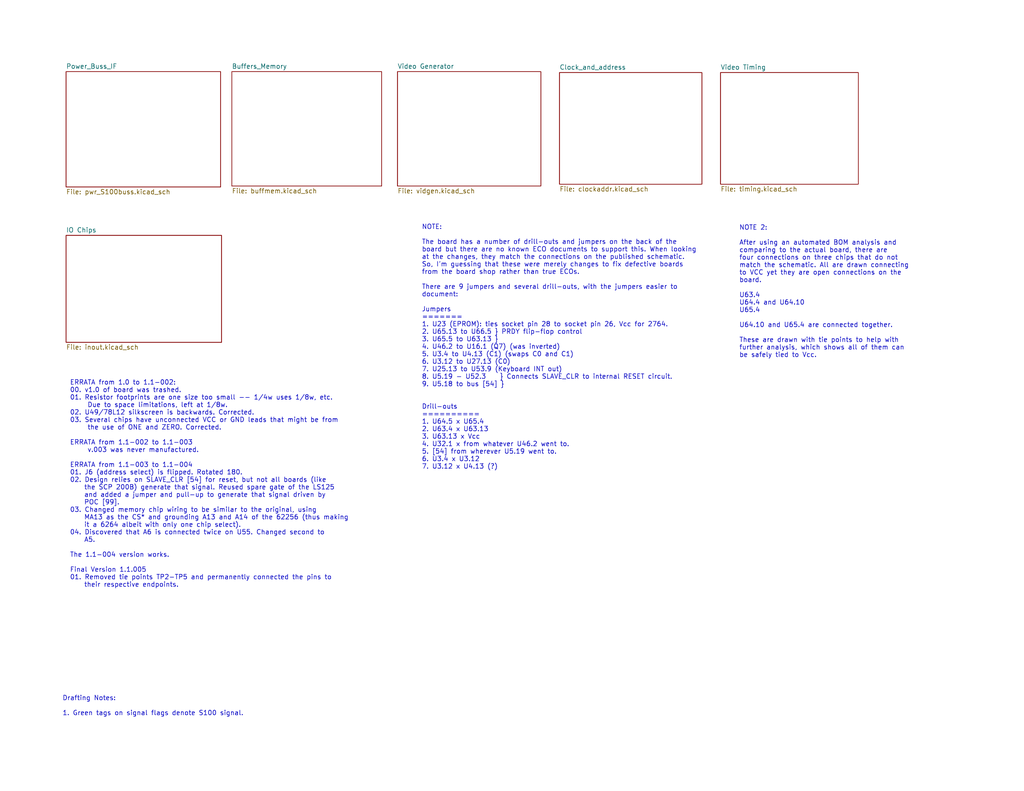
<source format=kicad_sch>
(kicad_sch (version 20211123) (generator eeschema)
  (paper "USLetter")
  (title_block (title "Lomas Color Magic Redux") (date "2024-09-24") (rev "1.1-005") (company "Lomas Data Produtcs") (comment 1 "Redraw/modifications (c) Richard A. Cini"))
  (lib_symbols)
  (text "NOTE:\n\nThe board has a number of drill-outs and jumpers on the back of the\nboard but there are no known ECO documents to support this. When looking\nat the changes, they match the connections on the published schematic.\nSo, I'm guessing that these were merely changes to fix defective boards\nfrom the board shop rather than true ECOs.\n\nThere are 9 jumpers and several drill-outs, with the jumpers easier to\ndocument:\n\nJumpers\n=======\n1. U23 (EPROM): ties socket pin 28 to socket pin 26, Vcc for 2764.\n2. U65.13 to U66.5 } PRDY flip-flop control\n3. U65.5 to U63.13 }\n4. U46.2 to U16.1 (Q7) (was inverted)\n5. U3.4 to U4.13 (C1) (swaps C0 and C1)\n6. U3.12 to U27.13 (C0)\n7. U25.13 to U53.9 (Keyboard INT out)\n8. U5.19 - U52.3    } Connects SLAVE_CLR to internal RESET circuit.\n9. U5.18 to bus [54] }\n\n\nDrill-outs\n==========\n1. U64.5 x U65.4\n2. U63.4 x U63.13\n3. U63.13 x Vcc\n4. U32.1 x from whatever U46.2 went to.\n5. [54] from wherever U5.19 went to.\n6. U3.4 x U3.12\n7. U3.12 x U4.13 (?)\n" (at 115.062 128.27 0) (effects (font (size 1.27 1.27)) (justify left bottom)))
  (text "NOTE 2:\n\nAfter using an automated BOM analysis and\ncomparing to the actual board, there are \nfour connections on three chips that do not\nmatch the schematic. All are drawn connecting\nto VCC yet they are open connections on the\nboard.\n\nU63.4\nU64.4 and U64.10\nU65.4\n\nU64.10 and U65.4 are connected together.\n\nThese are drawn with tie points to help with\nfurther analysis, which shows all of them can\nbe safely tied to Vcc." (at 201.676 97.79 0) (effects (font (size 1.27 1.27)) (justify left bottom)))
  (text "ERRATA from 1.0 to 1.1-002:\n00. v1.0 of board was trashed.\n01. Resistor footprints are one size too small -- 1/4w uses 1/8w, etc. \n	Due to space limitations, left at 1/8w.\n02. U49/78L12 silkscreen is backwards. Corrected.\n03. Several chips have unconnected VCC or GND leads that might be from\n	the use of ONE and ZERO. Corrected.\n\nERRATA from 1.1-002 to 1.1-003\n	v.003 was never manufactured.\n\nERRATA from 1.1-003 to 1.1-004\n01. J6 (address select) is flipped. Rotated 180.\n02. Design relies on SLAVE_CLR [54] for reset, but not all boards (like\n    the SCP 200B) generate that signal. Reused spare gate of the LS125\n    and added a jumper and pull-up to generate that signal driven by\n    POC [99].\n03. Changed memory chip wiring to be similar to the original, using\n    MA13 as the CS* and grounding A13 and A14 of the 62256 (thus making\n    it a 6264 albeit with only one chip select).\n04. Discovered that A6 is connected twice on U55. Changed second to\n    A5.\n\nThe 1.1-004 version works.\n\nFinal Version 1.1.005\n01. Removed tie points TP2-TP5 and permanently connected the pins to\n    their respective endpoints." (at 19.05 160.528 0) (effects (font (size 1.27 1.27)) (justify left bottom)))
  (text "Drafting Notes:\n\n1. Green tags on signal flags denote S100 signal." (at 17.018 195.58 0) (effects (font (size 1.27 1.27)) (justify left bottom)))
  (sheet (at 63.246 19.558) (size 40.894 31.242) (stroke (width 0.1524))
    (property "Sheet name" "Buffers_Memory" (at 63.246 18.8464 0) (effects (justify left bottom)))
    (property "Sheet file" "buffmem.kicad_sch" (at 63.246 51.3846 0) (effects (justify left top)))
  )
  (sheet (at 18.034 64.262) (size 42.418 29.21) (stroke (width 0.1524))
    (property "Sheet name" "IO Chips" (at 18.034 63.5504 0) (effects (justify left bottom)))
    (property "Sheet file" "inout.kicad_sch" (at 18.034 94.0566 0) (effects (justify left top)))
  )
  (sheet (at 18.034 19.558) (size 42.164 31.496) (stroke (width 0.1524))
    (property "Sheet name" "Power_Buss_IF" (at 18.034 18.8464 0) (effects (justify left bottom)))
    (property "Sheet file" "pwr_S100buss.kicad_sch" (at 18.034 51.6386 0) (effects (justify left top)))
  )
  (sheet (at 152.654 19.812) (size 38.862 30.48) (stroke (width 0.1524))
    (property "Sheet name" "Clock_and_address" (at 152.654 19.1004 0) (effects (justify left bottom)))
    (property "Sheet file" "clockaddr.kicad_sch" (at 152.654 50.8766 0) (effects (justify left top)))
  )
  (sheet (at 108.458 19.558) (size 39.116 31.242) (stroke (width 0.1524))
    (property "Sheet name" "Video Generator" (at 108.458 18.8464 0) (effects (justify left bottom)))
    (property "Sheet file" "vidgen.kicad_sch" (at 108.458 51.3846 0) (effects (justify left top)))
  )
  (sheet (at 196.596 19.812) (size 37.592 30.48) (stroke (width 0.1524))
    (property "Sheet name" "Video Timing" (at 196.596 19.1004 0) (effects (justify left bottom)))
    (property "Sheet file" "timing.kicad_sch" (at 196.596 50.8766 0) (effects (justify left top)))
  )
)
</source>
